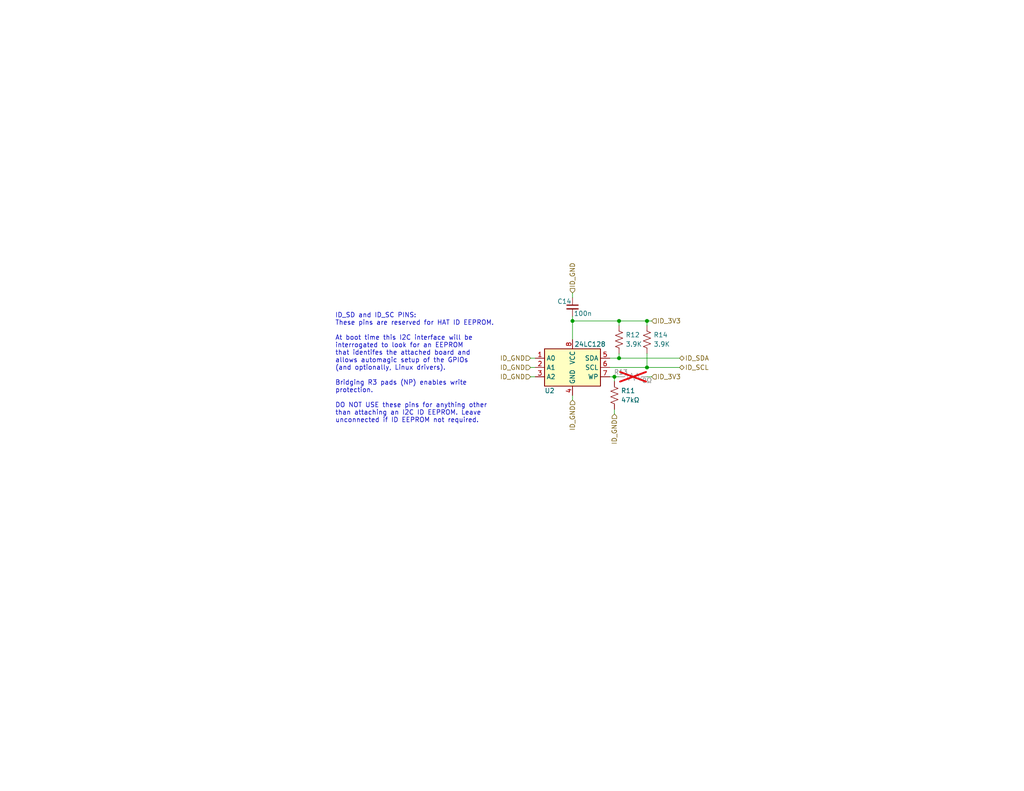
<source format=kicad_sch>
(kicad_sch (version 20250114) (generator "eeschema") (generator_version "9.0")
  (paper "A")
  (title_block (title "Raspberry Pi HAT+ EEPROM") (date "2026-02-14") (rev "0") (company "Lee C. Bussy [AA0NT]"))
  (lib_symbols
    (symbol "Device:C_Small" (pin_numbers (hide yes)) (pin_names (offset 0.254) (hide yes))
      (property "Reference" "C" (at 0.254 1.778 0))
      (property "Value" "C_Small" (at 0.254 -2.032 0))
      (symbol "C_Small_0_1"
        (polyline (pts (xy -1.524 0.508) (xy 1.524 0.508)) (stroke (width 0.3048)))
        (polyline (pts (xy -1.524 -0.508) (xy 1.524 -0.508)) (stroke (width 0.3302)))
      )
      (symbol "C_Small_1_1"
        (pin passive line (at 0 2.54 270) (length 2.032) (name "~") (number "1"))
        (pin passive line (at 0 -2.54 90) (length 2.032) (name "~") (number "2"))
      )
    )
    (symbol "Device:R_US" (pin_numbers (hide yes)) (pin_names (offset 0))
      (property "Reference" "R" (at 2.54 0 90))
      (property "Value" "R_US" (at -2.54 0 90))
      (symbol "R_US_0_1"
        (polyline (pts (xy 0 2.286) (xy 0 2.54)))
        (polyline (pts (xy 0 2.286) (xy 1.016 1.905) (xy 0 1.524) (xy -1.016 1.143) (xy 0 0.762)))
        (polyline (pts (xy 0 0.762) (xy 1.016 0.381) (xy 0 0) (xy -1.016 -0.381) (xy 0 -0.762)))
        (polyline (pts (xy 0 -0.762) (xy 1.016 -1.143) (xy 0 -1.524) (xy -1.016 -1.905) (xy 0 -2.286)))
        (polyline (pts (xy 0 -2.286) (xy 0 -2.54)))
      )
      (symbol "R_US_1_1"
        (pin passive line (at 0 3.81 270) (length 1.27) (name "~") (number "1"))
        (pin passive line (at 0 -3.81 90) (length 1.27) (name "~") (number "2"))
      )
    )
    (symbol "Memory_EEPROM:24LC128"
      (property "Reference" "U" (at -6.35 6.35 0))
      (property "Value" "24LC128" (at 1.27 6.35 0))
      (symbol "24LC128_1_1"
        (rectangle (start -7.62 5.08) (end 7.62 -5.08) (stroke (width 0.254)) (fill (type background)))
        (pin input line (at -10.16 2.54 0) (length 2.54) (name "A0") (number "1"))
        (pin input line (at -10.16 0 0) (length 2.54) (name "A1") (number "2"))
        (pin input line (at -10.16 -2.54 0) (length 2.54) (name "A2") (number "3"))
        (pin power_in line (at 0 7.62 270) (length 2.54) (name "VCC") (number "8"))
        (pin power_in line (at 0 -7.62 90) (length 2.54) (name "GND") (number "4"))
        (pin bidirectional line (at 10.16 2.54 180) (length 2.54) (name "SDA") (number "5"))
        (pin input line (at 10.16 0 180) (length 2.54) (name "SCL") (number "6"))
        (pin input line (at 10.16 -2.54 180) (length 2.54) (name "WP") (number "7"))
      )
    )
  )
  (text "ID_SD and ID_SC PINS:\nThese pins are reserved for HAT ID EEPROM.\n\nAt boot time this I2C interface will be\ninterrogated to look for an EEPROM\nthat identifes the attached board and\nallows automagic setup of the GPIOs\n(and optionally, Linux drivers).\n\nBridging R3 pads (NP) enables write\nprotection.\n\nDO NOT USE these pins for anything other\nthan attaching an I2C ID EEPROM. Leave\nunconnected if ID EEPROM not required." (at 91.44 115.57 0) (effects (font (size 1.27 1.27)) (justify left bottom)))
  (junction (at 156.21 87.63))
  (junction (at 167.64 102.87))
  (junction (at 168.91 87.63))
  (junction (at 176.53 87.63))
  (junction (at 168.91 97.79))
  (junction (at 176.53 100.33))
  (wire (pts (xy 156.21 107.95) (xy 156.21 109.22)))
  (wire (pts (xy 156.21 87.63) (xy 168.91 87.63)))
  (wire (pts (xy 176.53 88.9) (xy 176.53 87.63)))
  (wire (pts (xy 176.53 100.33) (xy 185.42 100.33)))
  (wire (pts (xy 185.42 97.79) (xy 168.91 97.79)))
  (wire (pts (xy 176.53 96.52) (xy 176.53 100.33)))
  (wire (pts (xy 156.21 86.36) (xy 156.21 87.63)))
  (wire (pts (xy 144.78 100.33) (xy 146.05 100.33)))
  (wire (pts (xy 168.91 87.63) (xy 176.53 87.63)))
  (wire (pts (xy 156.21 81.28) (xy 156.21 80.01)))
  (wire (pts (xy 144.78 102.87) (xy 146.05 102.87)))
  (wire (pts (xy 166.37 102.87) (xy 167.64 102.87)))
  (wire (pts (xy 176.53 102.87) (xy 177.8 102.87)))
  (wire (pts (xy 168.91 87.63) (xy 168.91 88.9)))
  (wire (pts (xy 156.21 87.63) (xy 156.21 92.71)))
  (wire (pts (xy 166.37 100.33) (xy 176.53 100.33)))
  (wire (pts (xy 177.8 87.63) (xy 176.53 87.63)))
  (wire (pts (xy 168.91 96.52) (xy 168.91 97.79)))
  (wire (pts (xy 166.37 97.79) (xy 168.91 97.79)))
  (wire (pts (xy 167.64 111.76) (xy 167.64 113.03)))
  (wire (pts (xy 167.64 104.14) (xy 167.64 102.87)))
  (wire (pts (xy 144.78 97.79) (xy 146.05 97.79)))
  (wire (pts (xy 167.64 102.87) (xy 168.91 102.87)))
  (hierarchical_label "ID_3V3" (shape input) (at 177.8 102.87 0))
  (hierarchical_label "ID_GND" (shape input) (at 156.21 80.01 90))
  (hierarchical_label "ID_GND" (shape input) (at 144.78 102.87 180))
  (hierarchical_label "ID_GND" (shape input) (at 167.64 113.03 270))
  (hierarchical_label "ID_SDA" (shape bidirectional) (at 185.42 97.79 0))
  (hierarchical_label "ID_GND" (shape input) (at 156.21 109.22 270))
  (hierarchical_label "ID_SCL" (shape bidirectional) (at 185.42 100.33 0))
  (hierarchical_label "ID_3V3" (shape input) (at 177.8 87.63 0))
  (hierarchical_label "ID_GND" (shape input) (at 144.78 100.33 180))
  (hierarchical_label "ID_GND" (shape input) (at 144.78 97.79 180))
  (symbol (lib_id "Device:R_US") (at 168.91 92.71 0) (unit 1)
    (property "Reference" "R12" (at 170.688 91.44 0) (effects (justify left)))
    (property "Value" "3.9K" (at 170.688 93.98 0) (effects (justify left)))
    (property "Footprint" "Resistor_SMD:R_0603_1608Metric" (effects (hide yes)))
    (property "Description" "Resistor, US symbol" (effects (hide yes)))
  )
  (symbol (lib_id "Memory_EEPROM:24LC128") (at 156.21 100.33 0) (unit 1)
    (property "Reference" "U2" (at 148.59 106.68 0) (effects (justify left)))
    (property "Value" "24LC128" (at 156.718 93.98 0) (effects (justify left)))
    (property "Footprint" "Package_SO:SOIC-8_3.9x4.9mm_P1.27mm" (effects (hide yes)))
    (property "Datasheet" "http://ww1.microchip.com/downloads/en/DeviceDoc/21191s.pdf" (effects (hide yes)))
    (property "Description" "I2C Serial EEPROM, 128Kb, DIP-8/SOIC-8/TSSOP-8/DFN-8" (effects (hide yes)))
  )
  (symbol (lib_id "Device:C_Small") (at 156.21 83.82 0) (unit 1)
    (property "Reference" "C14" (at 155.956 82.296 0) (effects (justify right)))
    (property "Value" "100n" (at 161.544 85.598 0) (effects (justify right)))
    (property "Footprint" "Capacitor_SMD:C_0603_1608Metric" (effects (hide yes)))
    (property "Description" "Unpolarized capacitor, small symbol" (effects (hide yes)))
  )
  (symbol (lib_id "Device:R_US") (at 176.53 92.71 0) (unit 1)
    (property "Reference" "R14" (at 178.308 91.44 0) (effects (justify left)))
    (property "Value" "3.9K" (at 178.308 93.98 0) (effects (justify left)))
    (property "Footprint" "Resistor_SMD:R_0603_1608Metric" (effects (hide yes)))
    (property "Description" "Resistor, US symbol" (effects (hide yes)))
  )
  (symbol (lib_id "Device:R_US") (at 167.64 107.95 0) (unit 1)
    (property "Reference" "R11" (at 169.418 106.68 0) (effects (justify left)))
    (property "Value" "47kΩ" (at 169.418 109.22 0) (effects (justify left)))
    (property "Footprint" "Resistor_SMD:R_0603_1608Metric" (effects (hide yes)))
    (property "Description" "Resistor, US symbol" (effects (hide yes)))
  )
  (symbol (lib_id "Device:R_US") (at 172.72 102.87 90) (unit 1) (dnp yes)
    (property "Reference" "R13" (at 169.418 101.6 90))
    (property "Value" "0Ω" (at 176.53 103.886 90))
    (property "Footprint" "Resistor_SMD:R_0603_1608Metric" (effects (hide yes)))
    (property "Description" "Resistor, US symbol" (effects (hide yes)))
  )
)
</source>
